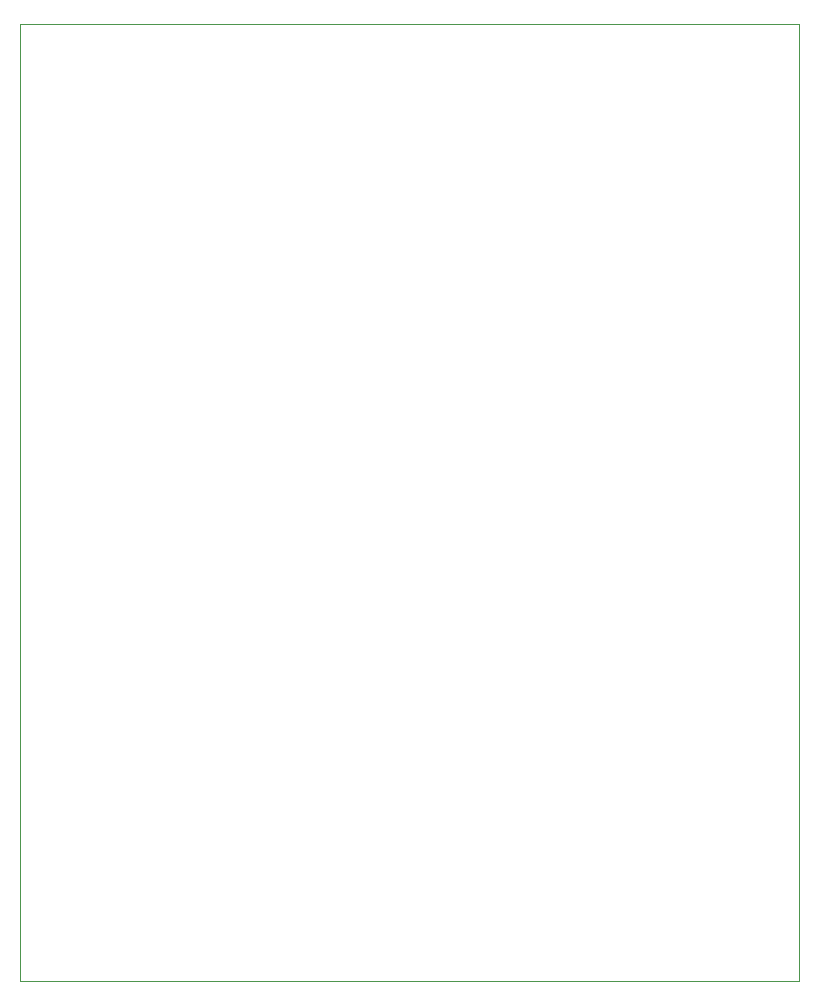
<source format=gbr>
%TF.GenerationSoftware,KiCad,Pcbnew,9.0.2*%
%TF.CreationDate,2025-06-19T18:20:55+08:00*%
%TF.ProjectId,osuPad,6f737550-6164-42e6-9b69-6361645f7063,rev?*%
%TF.SameCoordinates,Original*%
%TF.FileFunction,Profile,NP*%
%FSLAX46Y46*%
G04 Gerber Fmt 4.6, Leading zero omitted, Abs format (unit mm)*
G04 Created by KiCad (PCBNEW 9.0.2) date 2025-06-19 18:20:55*
%MOMM*%
%LPD*%
G01*
G04 APERTURE LIST*
%TA.AperFunction,Profile*%
%ADD10C,0.050000*%
%TD*%
G04 APERTURE END LIST*
D10*
X98500000Y-59900000D02*
X164500000Y-59900000D01*
X164500000Y-140900000D01*
X98500000Y-140900000D01*
X98500000Y-59900000D01*
M02*

</source>
